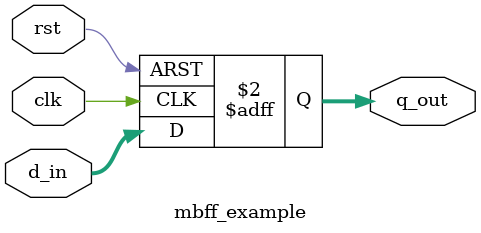
<source format=v>
module mbff_example (
    input wire clk,
    input wire rst,
    input wire [3:0] d_in,
    output reg [3:0] q_out
);

    always @(posedge clk or posedge rst) begin
        if (rst)
            q_out <= 4'b0;
        else
            q_out <= d_in;
    end

endmodule

</source>
